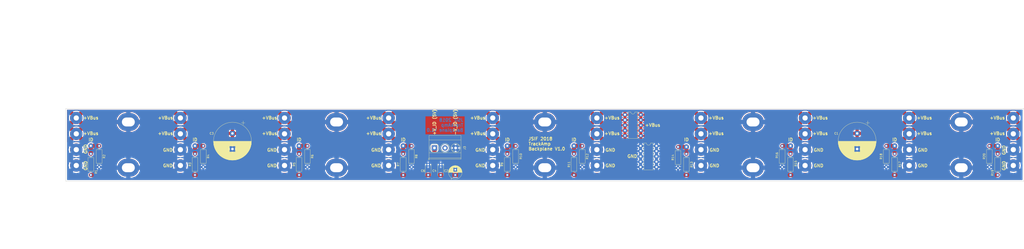
<source format=kicad_pcb>
(kicad_pcb (version 20171130) (host pcbnew "(5.0.0-rc2-dev-444-g2974a2c10)")
  (layers (0 F.Cu signal) (31 B.Cu signal) (34 B.Paste user) (35 F.Paste user) (36 B.SilkS user) (37 F.SilkS user) (38 B.Mask user) (39 F.Mask user) (44 Edge.Cuts user))
  (net 0 "")
  (net 1 GND)
  (net 2 +15V)
  (net 3 +5V)
  (net 4 "Net-(J3-Pad2)")
  (net 5 "Net-(J6-Pad1)")
  (net 6 "Net-(J7-Pad1)")
  (net 7 "Net-(J10-Pad1)")
  (net 8 "Net-(J11-Pad1)")
  (net 9 "Net-(J14-Pad1)")
  (net 10 "Net-(J15-Pad1)")
  (net 11 "Net-(J18-Pad1)")
  (net 12 "Net-(J19-Pad1)")
  (net 13 "Net-(J22-Pad1)")
  (net 14 "Net-(J23-Pad1)")
  (module Package_DIP:DIP-10_W7.62mm_LongPads (layer F.Cu) (at 341 197)
    (fp_text reference J2 hide)
    (fp_text value "Powerbug DIP10")
    (pad 1 thru_hole oval (at 0 0) (size 2.4 1.6) (drill 1) (layers *.Cu *.Mask) (net 1 GND))
    (pad 6 thru_hole oval (at 7.62 10.16) (size 2.4 1.6) (drill 1) (layers *.Cu *.Mask) (net 1 GND))
    (pad 2 thru_hole oval (at 0 2.54) (size 2.4 1.6) (drill 1) (layers *.Cu *.Mask) (net 1 GND))
    (pad 7 thru_hole oval (at 7.62 7.62) (size 2.4 1.6) (drill 1) (layers *.Cu *.Mask) (net 1 GND))
    (pad 3 thru_hole oval (at 0 5.08) (size 2.4 1.6) (drill 1) (layers *.Cu *.Mask) (net 1 GND))
    (pad 8 thru_hole oval (at 7.62 5.08) (size 2.4 1.6) (drill 1) (layers *.Cu *.Mask) (net 1 GND))
    (pad 4 thru_hole oval (at 0 7.62) (size 2.4 1.6) (drill 1) (layers *.Cu *.Mask) (net 1 GND))
    (pad 9 thru_hole oval (at 7.62 2.54) (size 2.4 1.6) (drill 1) (layers *.Cu *.Mask) (net 1 GND))
    (pad 5 thru_hole oval (at 0 10.16) (size 2.4 1.6) (drill 1) (layers *.Cu *.Mask) (net 1 GND))
    (pad 10 thru_hole oval (at 7.62 0) (size 2.4 1.6) (drill 1) (layers *.Cu *.Mask) (net 1 GND))
  )
  (module Package_DIP:DIP-10_W7.62mm_LongPads (layer F.Cu) (at 333.5 182)
    (fp_text reference J1 hide)
    (fp_text value "Powerbug DIP10")
    (pad 10 thru_hole oval (at 7.62 0) (size 2.4 1.6) (drill 0.8) (layers *.Cu *.Mask) (net 2 +15V))
    (pad 5 thru_hole oval (at 0 10.16) (size 2.4 1.6) (drill 0.8) (layers *.Cu *.Mask) (net 2 +15V))
    (pad 9 thru_hole oval (at 7.62 2.54) (size 2.4 1.6) (drill 0.8) (layers *.Cu *.Mask) (net 2 +15V))
    (pad 4 thru_hole oval (at 0 7.62) (size 2.4 1.6) (drill 0.8) (layers *.Cu *.Mask) (net 2 +15V))
    (pad 8 thru_hole oval (at 7.62 5.08) (size 2.4 1.6) (drill 0.8) (layers *.Cu *.Mask) (net 2 +15V))
    (pad 3 thru_hole oval (at 0 5.08) (size 2.4 1.6) (drill 0.8) (layers *.Cu *.Mask) (net 2 +15V))
    (pad 7 thru_hole oval (at 7.62 7.62) (size 2.4 1.6) (drill 0.8) (layers *.Cu *.Mask) (net 2 +15V))
    (pad 2 thru_hole oval (at 0 2.54) (size 2.4 1.6) (drill 1) (layers *.Cu *.Mask) (net 2 +15V))
    (pad 6 thru_hole oval (at 7.62 10.16) (size 2.4 1.6) (drill 0.8) (layers *.Cu *.Mask) (net 2 +15V))
    (pad 1 thru_hole oval (at 0 0) (size 2.4 1.6) (drill 1) (layers *.Cu *.Mask) (net 2 +15V))
  )
  (module Capacitor_THT:CP_Radial_D18.0mm_P7.50mm (layer F.Cu) (at 445 191 270)
    (fp_text reference C1 (at 0 10) (layer F.SilkS))
    (fp_text value 4700u)
    (pad 2 thru_hole circle (at 7.5 0 270) (size 2.4 2.4) (drill 1.2) (layers *.Cu *.Mask) (net 1 GND))
    (pad 1 thru_hole rect (at 0 0 270) (size 2.4 2.4) (drill 1.2) (layers *.Cu *.Mask) (net 2 +15V))
  )
  (module Capacitor_THT:C_Disc_D5.0mm_W2.5mm_P5.00mm (layer F.Cu) (at 245 211 90)
    (fp_text reference C4 (at 2 -3 180) (layer F.SilkS))
    (fp_text value 100n)
    (pad 2 thru_hole circle (at 5 0 90) (size 1.6 1.6) (drill 0.8) (layers *.Cu *.Mask) (net 1 GND))
    (pad 1 thru_hole circle (at 0 0 90) (size 1.6 1.6) (drill 0.8) (layers *.Cu *.Mask) (net 3 +5V))
  )
  (module Capacitor_THT:C_Disc_D5.0mm_W2.5mm_P5.00mm (layer F.Cu) (at 239 211 90)
    (fp_text reference C6 (at 2 -2.5 180) (layer F.SilkS))
    (fp_text value 2.2u)
    (pad 1 thru_hole circle (at 0 0 90) (size 1.6 1.6) (drill 0.8) (layers *.Cu *.Mask) (net 3 +5V))
    (pad 2 thru_hole circle (at 5 0 90) (size 1.6 1.6) (drill 0.8) (layers *.Cu *.Mask) (net 1 GND))
  )
  (module TerminalBlock_Phoenix:TerminalBlock_Phoenix_MKDS-3-3-5.08_1x03_P5.08mm_Horizontal (layer F.Cu) (at 242 198)
    (fp_text reference J3 (at 14.5 0 90) (layer F.SilkS))
    (fp_text value Conn_01x03)
    (pad 1 thru_hole rect (at 0 0) (size 2.6 2.6) (drill 1.3) (layers *.Cu *.Mask) (net 3 +5V))
    (pad 2 thru_hole circle (at 5.08 0) (size 2.6 2.6) (drill 1.3) (layers *.Cu *.Mask) (net 4 "Net-(J3-Pad2)"))
    (pad 3 thru_hole circle (at 10.16 0) (size 2.6 2.6) (drill 1.3) (layers *.Cu *.Mask) (net 1 GND))
  )
  (module Connector_Wire:SolderWirePad_4xinLine_2-5mmDrill (layer F.Cu) (at 70 195 270)
    (fp_text reference J4 hide)
    (fp_text value Conn_01x04)
    (pad 1 thru_hole circle (at -11.43 0 270) (size 5.99948 5.99948) (drill 2.49936) (layers *.Cu *.Mask) (net 2 +15V))
    (pad 2 thru_hole circle (at -3.81 0 270) (size 5.99948 5.99948) (drill 2.49936) (layers *.Cu *.Mask) (net 2 +15V))
    (pad 3 thru_hole circle (at 3.81 0 270) (size 5.99948 5.99948) (drill 2.49936) (layers *.Cu *.Mask) (net 1 GND))
    (pad 4 thru_hole circle (at 11.43 0 270) (size 5.99948 5.99948) (drill 2.49936) (layers *.Cu *.Mask) (net 1 GND))
  )
  (module Connector_Wire:SolderWirePad_4xinLine_2-5mmDrill (layer F.Cu) (at 120 195 270)
    (fp_text reference J5 hide)
    (fp_text value Conn_01x04)
    (pad 1 thru_hole circle (at -11.43 0 270) (size 5.99948 5.99948) (drill 2.49936) (layers *.Cu *.Mask) (net 2 +15V))
    (pad 2 thru_hole circle (at -3.81 0 270) (size 5.99948 5.99948) (drill 2.49936) (layers *.Cu *.Mask) (net 2 +15V))
    (pad 3 thru_hole circle (at 3.81 0 270) (size 5.99948 5.99948) (drill 2.49936) (layers *.Cu *.Mask) (net 1 GND))
    (pad 4 thru_hole circle (at 11.43 0 270) (size 5.99948 5.99948) (drill 2.49936) (layers *.Cu *.Mask) (net 1 GND))
  )
  (module Connector_Wire:SolderWirePad_single_1mmDrill (layer F.Cu) (at 77 197)
    (fp_text reference J6 hide)
    (fp_text value Conn_01x01)
    (pad 1 thru_hole circle (at 0 0) (size 2.49936 2.49936) (drill 1.00076) (layers *.Cu *.Mask) (net 5 "Net-(J6-Pad1)"))
  )
  (module Connector_Wire:SolderWirePad_single_1mmDrill (layer F.Cu) (at 127 197)
    (fp_text reference J7 hide)
    (fp_text value Conn_01x01)
    (pad 1 thru_hole circle (at 0 0) (size 2.49936 2.49936) (drill 1.00076) (layers *.Cu *.Mask) (net 6 "Net-(J7-Pad1)"))
  )
  (module Connector_Wire:SolderWirePad_4xinLine_2-5mmDrill (layer F.Cu) (at 170 195 270)
    (fp_text reference J8 hide)
    (fp_text value Conn_01x04)
    (pad 4 thru_hole circle (at 11.43 0 270) (size 5.99948 5.99948) (drill 2.49936) (layers *.Cu *.Mask) (net 1 GND))
    (pad 3 thru_hole circle (at 3.81 0 270) (size 5.99948 5.99948) (drill 2.49936) (layers *.Cu *.Mask) (net 1 GND))
    (pad 2 thru_hole circle (at -3.81 0 270) (size 5.99948 5.99948) (drill 2.49936) (layers *.Cu *.Mask) (net 2 +15V))
    (pad 1 thru_hole circle (at -11.43 0 270) (size 5.99948 5.99948) (drill 2.49936) (layers *.Cu *.Mask) (net 2 +15V))
  )
  (module Connector_Wire:SolderWirePad_4xinLine_2-5mmDrill (layer F.Cu) (at 220 195 270)
    (fp_text reference J9 hide)
    (fp_text value Conn_01x04)
    (pad 4 thru_hole circle (at 11.43 0 270) (size 5.99948 5.99948) (drill 2.49936) (layers *.Cu *.Mask) (net 1 GND))
    (pad 3 thru_hole circle (at 3.81 0 270) (size 5.99948 5.99948) (drill 2.49936) (layers *.Cu *.Mask) (net 1 GND))
    (pad 2 thru_hole circle (at -3.81 0 270) (size 5.99948 5.99948) (drill 2.49936) (layers *.Cu *.Mask) (net 2 +15V))
    (pad 1 thru_hole circle (at -11.43 0 270) (size 5.99948 5.99948) (drill 2.49936) (layers *.Cu *.Mask) (net 2 +15V))
  )
  (module Connector_Wire:SolderWirePad_single_1mmDrill (layer F.Cu) (at 177 197)
    (fp_text reference J10 hide)
    (fp_text value Conn_01x01)
    (pad 1 thru_hole circle (at 0 0) (size 2.49936 2.49936) (drill 1.00076) (layers *.Cu *.Mask) (net 7 "Net-(J10-Pad1)"))
  )
  (module Connector_Wire:SolderWirePad_single_1mmDrill (layer F.Cu) (at 227 197)
    (fp_text reference J11 hide)
    (fp_text value Conn_01x01)
    (pad 1 thru_hole circle (at 0 0) (size 2.49936 2.49936) (drill 1.00076) (layers *.Cu *.Mask) (net 8 "Net-(J11-Pad1)"))
  )
  (module Connector_Wire:SolderWirePad_4xinLine_2-5mmDrill (layer F.Cu) (at 270 195 270)
    (fp_text reference J12 hide)
    (fp_text value Conn_01x04)
    (pad 4 thru_hole circle (at 11.43 0 270) (size 5.99948 5.99948) (drill 2.49936) (layers *.Cu *.Mask) (net 1 GND))
    (pad 3 thru_hole circle (at 3.81 0 270) (size 5.99948 5.99948) (drill 2.49936) (layers *.Cu *.Mask) (net 1 GND))
    (pad 2 thru_hole circle (at -3.81 0 270) (size 5.99948 5.99948) (drill 2.49936) (layers *.Cu *.Mask) (net 2 +15V))
    (pad 1 thru_hole circle (at -11.43 0 270) (size 5.99948 5.99948) (drill 2.49936) (layers *.Cu *.Mask) (net 2 +15V))
  )
  (module Connector_Wire:SolderWirePad_4xinLine_2-5mmDrill (layer F.Cu) (at 320 195 270)
    (fp_text reference J13 hide)
    (fp_text value Conn_01x04)
    (pad 1 thru_hole circle (at -11.43 0 270) (size 5.99948 5.99948) (drill 2.49936) (layers *.Cu *.Mask) (net 2 +15V))
    (pad 2 thru_hole circle (at -3.81 0 270) (size 5.99948 5.99948) (drill 2.49936) (layers *.Cu *.Mask) (net 2 +15V))
    (pad 3 thru_hole circle (at 3.81 0 270) (size 5.99948 5.99948) (drill 2.49936) (layers *.Cu *.Mask) (net 1 GND))
    (pad 4 thru_hole circle (at 11.43 0 270) (size 5.99948 5.99948) (drill 2.49936) (layers *.Cu *.Mask) (net 1 GND))
  )
  (module Connector_Wire:SolderWirePad_single_1mmDrill (layer F.Cu) (at 277 197)
    (fp_text reference J14 hide)
    (fp_text value Conn_01x01)
    (pad 1 thru_hole circle (at 0 0) (size 2.49936 2.49936) (drill 1.00076) (layers *.Cu *.Mask) (net 9 "Net-(J14-Pad1)"))
  )
  (module Connector_Wire:SolderWirePad_single_1mmDrill (layer F.Cu) (at 309 197)
    (fp_text reference J15 hide)
    (fp_text value Conn_01x01)
    (pad 1 thru_hole circle (at 0 0) (size 2.49936 2.49936) (drill 1.00076) (layers *.Cu *.Mask) (net 10 "Net-(J15-Pad1)"))
  )
  (module Connector_Wire:SolderWirePad_4xinLine_2-5mmDrill (layer F.Cu) (at 370 195 270)
    (fp_text reference J16 hide)
    (fp_text value Conn_01x04)
    (pad 1 thru_hole circle (at -11.43 0 270) (size 5.99948 5.99948) (drill 2.49936) (layers *.Cu *.Mask) (net 2 +15V))
    (pad 2 thru_hole circle (at -3.81 0 270) (size 5.99948 5.99948) (drill 2.49936) (layers *.Cu *.Mask) (net 2 +15V))
    (pad 3 thru_hole circle (at 3.81 0 270) (size 5.99948 5.99948) (drill 2.49936) (layers *.Cu *.Mask) (net 1 GND))
    (pad 4 thru_hole circle (at 11.43 0 270) (size 5.99948 5.99948) (drill 2.49936) (layers *.Cu *.Mask) (net 1 GND))
  )
  (module Connector_Wire:SolderWirePad_4xinLine_2-5mmDrill (layer F.Cu) (at 420 195 270)
    (fp_text reference J17 hide)
    (fp_text value Conn_01x04)
    (pad 4 thru_hole circle (at 11.43 0 270) (size 5.99948 5.99948) (drill 2.49936) (layers *.Cu *.Mask) (net 1 GND))
    (pad 3 thru_hole circle (at 3.81 0 270) (size 5.99948 5.99948) (drill 2.49936) (layers *.Cu *.Mask) (net 1 GND))
    (pad 2 thru_hole circle (at -3.81 0 270) (size 5.99948 5.99948) (drill 2.49936) (layers *.Cu *.Mask) (net 2 +15V))
    (pad 1 thru_hole circle (at -11.43 0 270) (size 5.99948 5.99948) (drill 2.49936) (layers *.Cu *.Mask) (net 2 +15V))
  )
  (module Connector_Wire:SolderWirePad_single_1mmDrill (layer F.Cu) (at 363 197.5)
    (fp_text reference J18 hide)
    (fp_text value Conn_01x01)
    (pad 1 thru_hole circle (at 0 0) (size 2.49936 2.49936) (drill 1.00076) (layers *.Cu *.Mask) (net 11 "Net-(J18-Pad1)"))
  )
  (module Connector_Wire:SolderWirePad_single_1mmDrill (layer F.Cu) (at 413 197)
    (fp_text reference J19 hide)
    (fp_text value Conn_01x01)
    (pad 1 thru_hole circle (at 0 0) (size 2.49936 2.49936) (drill 1.00076) (layers *.Cu *.Mask) (net 12 "Net-(J19-Pad1)"))
  )
  (module Connector_Wire:SolderWirePad_4xinLine_2-5mmDrill (layer F.Cu) (at 470 195 270)
    (fp_text reference J20 hide)
    (fp_text value Conn_01x04)
    (pad 1 thru_hole circle (at -11.43 0 270) (size 5.99948 5.99948) (drill 2.49936) (layers *.Cu *.Mask) (net 2 +15V))
    (pad 2 thru_hole circle (at -3.81 0 270) (size 5.99948 5.99948) (drill 2.49936) (layers *.Cu *.Mask) (net 2 +15V))
    (pad 3 thru_hole circle (at 3.81 0 270) (size 5.99948 5.99948) (drill 2.49936) (layers *.Cu *.Mask) (net 1 GND))
    (pad 4 thru_hole circle (at 11.43 0 270) (size 5.99948 5.99948) (drill 2.49936) (layers *.Cu *.Mask) (net 1 GND))
  )
  (module Connector_Wire:SolderWirePad_4xinLine_2-5mmDrill (layer F.Cu) (at 520 195 270)
    (fp_text reference J21 hide)
    (fp_text value Conn_01x04)
    (pad 4 thru_hole circle (at 11.43 0 270) (size 5.99948 5.99948) (drill 2.49936) (layers *.Cu *.Mask) (net 1 GND))
    (pad 3 thru_hole circle (at 3.81 0 270) (size 5.99948 5.99948) (drill 2.49936) (layers *.Cu *.Mask) (net 1 GND))
    (pad 2 thru_hole circle (at -3.81 0 270) (size 5.99948 5.99948) (drill 2.49936) (layers *.Cu *.Mask) (net 2 +15V))
    (pad 1 thru_hole circle (at -11.43 0 270) (size 5.99948 5.99948) (drill 2.49936) (layers *.Cu *.Mask) (net 2 +15V))
  )
  (module Connector_Wire:SolderWirePad_single_1mmDrill (layer F.Cu) (at 463 197)
    (fp_text reference J22 hide)
    (fp_text value Conn_01x01)
    (pad 1 thru_hole circle (at 0 0) (size 2.49936 2.49936) (drill 1.00076) (layers *.Cu *.Mask) (net 13 "Net-(J22-Pad1)"))
  )
  (module Connector_Wire:SolderWirePad_single_1mmDrill (layer F.Cu) (at 512.5 197)
    (fp_text reference J23 hide)
    (fp_text value Conn_01x01)
    (pad 1 thru_hole circle (at 0 0) (size 2.49936 2.49936) (drill 1.00076) (layers *.Cu *.Mask) (net 14 "Net-(J23-Pad1)"))
  )
  (module Resistor_THT:R_Axial_DIN0207_L6.3mm_D2.5mm_P10.16mm_Horizontal (layer F.Cu) (at 77 211 90)
    (fp_text reference R1 (at 1.5 2.5 90) (layer F.SilkS))
    (fp_text value 909E)
    (pad 2 thru_hole oval (at 10.16 0 90) (size 1.6 1.6) (drill 0.8) (layers *.Cu *.Mask) (net 5 "Net-(J6-Pad1)"))
    (pad 1 thru_hole circle (at 0 0 90) (size 1.6 1.6) (drill 0.8) (layers *.Cu *.Mask) (net 3 +5V))
  )
  (module Resistor_THT:R_Axial_DIN0207_L6.3mm_D2.5mm_P10.16mm_Horizontal (layer F.Cu) (at 81 197 270)
    (fp_text reference R2 (at 5.08 -2.37 270) (layer F.SilkS))
    (fp_text value 9k53)
    (pad 1 thru_hole circle (at 0 0 270) (size 1.6 1.6) (drill 0.8) (layers *.Cu *.Mask) (net 5 "Net-(J6-Pad1)"))
    (pad 2 thru_hole oval (at 10.16 0 270) (size 1.6 1.6) (drill 0.8) (layers *.Cu *.Mask) (net 1 GND))
  )
  (module Resistor_THT:R_Axial_DIN0207_L6.3mm_D2.5mm_P10.16mm_Horizontal (layer F.Cu) (at 127 211 90)
    (fp_text reference R3 (at 5.08 -2.37 90) (layer F.SilkS))
    (fp_text value 909E)
    (pad 2 thru_hole oval (at 10.16 0 90) (size 1.6 1.6) (drill 0.8) (layers *.Cu *.Mask) (net 6 "Net-(J7-Pad1)"))
    (pad 1 thru_hole circle (at 0 0 90) (size 1.6 1.6) (drill 0.8) (layers *.Cu *.Mask) (net 3 +5V))
  )
  (module Resistor_THT:R_Axial_DIN0207_L6.3mm_D2.5mm_P10.16mm_Horizontal (layer F.Cu) (at 131 197 270)
    (fp_text reference R4 (at 5.08 -2.37 270) (layer F.SilkS))
    (fp_text value 9k53)
    (pad 1 thru_hole circle (at 0 0 270) (size 1.6 1.6) (drill 0.8) (layers *.Cu *.Mask) (net 6 "Net-(J7-Pad1)"))
    (pad 2 thru_hole oval (at 10.16 0 270) (size 1.6 1.6) (drill 0.8) (layers *.Cu *.Mask) (net 1 GND))
  )
  (module Resistor_THT:R_Axial_DIN0207_L6.3mm_D2.5mm_P10.16mm_Horizontal (layer F.Cu) (at 177 211 90)
    (fp_text reference R5 (at 5.08 -2.37 90) (layer F.SilkS))
    (fp_text value 909E)
    (pad 1 thru_hole circle (at 0 0 90) (size 1.6 1.6) (drill 0.8) (layers *.Cu *.Mask) (net 3 +5V))
    (pad 2 thru_hole oval (at 10.16 0 90) (size 1.6 1.6) (drill 0.8) (layers *.Cu *.Mask) (net 7 "Net-(J10-Pad1)"))
  )
  (module Resistor_THT:R_Axial_DIN0207_L6.3mm_D2.5mm_P10.16mm_Horizontal (layer F.Cu) (at 181 197 270)
    (fp_text reference R6 (at 5.08 -2.37 270) (layer F.SilkS))
    (fp_text value 9k53)
    (pad 2 thru_hole oval (at 10.16 0 270) (size 1.6 1.6) (drill 0.8) (layers *.Cu *.Mask) (net 1 GND))
    (pad 1 thru_hole circle (at 0 0 270) (size 1.6 1.6) (drill 0.8) (layers *.Cu *.Mask) (net 7 "Net-(J10-Pad1)"))
  )
  (module Resistor_THT:R_Axial_DIN0207_L6.3mm_D2.5mm_P10.16mm_Horizontal (layer F.Cu) (at 227 211 90)
    (fp_text reference R7 (at 5.08 -2.37 90) (layer F.SilkS))
    (fp_text value 909E)
    (pad 1 thru_hole circle (at 0 0 90) (size 1.6 1.6) (drill 0.8) (layers *.Cu *.Mask) (net 3 +5V))
    (pad 2 thru_hole oval (at 10.16 0 90) (size 1.6 1.6) (drill 0.8) (layers *.Cu *.Mask) (net 8 "Net-(J11-Pad1)"))
  )
  (module Resistor_THT:R_Axial_DIN0207_L6.3mm_D2.5mm_P10.16mm_Horizontal (layer F.Cu) (at 231 197 270)
    (fp_text reference R8 (at 5.08 -2.37 270) (layer F.SilkS))
    (fp_text value 9k53)
    (pad 2 thru_hole oval (at 10.16 0 270) (size 1.6 1.6) (drill 0.8) (layers *.Cu *.Mask) (net 1 GND))
    (pad 1 thru_hole circle (at 0 0 270) (size 1.6 1.6) (drill 0.8) (layers *.Cu *.Mask) (net 8 "Net-(J11-Pad1)"))
  )
  (module Resistor_THT:R_Axial_DIN0207_L6.3mm_D2.5mm_P10.16mm_Horizontal (layer F.Cu) (at 277 211 90)
    (fp_text reference R9 (at 5.08 -2.5 90) (layer F.SilkS))
    (fp_text value 909E)
    (pad 2 thru_hole oval (at 10.16 0 90) (size 1.6 1.6) (drill 0.8) (layers *.Cu *.Mask) (net 9 "Net-(J14-Pad1)"))
    (pad 1 thru_hole circle (at 0 0 90) (size 1.6 1.6) (drill 0.8) (layers *.Cu *.Mask) (net 3 +5V))
  )
  (module Resistor_THT:R_Axial_DIN0207_L6.3mm_D2.5mm_P10.16mm_Horizontal (layer F.Cu) (at 281 197 270)
    (fp_text reference R10 (at 5 -2.5 270) (layer F.SilkS))
    (fp_text value 9k53)
    (pad 1 thru_hole circle (at 0 0 270) (size 1.6 1.6) (drill 0.8) (layers *.Cu *.Mask) (net 9 "Net-(J14-Pad1)"))
    (pad 2 thru_hole oval (at 10.16 0 270) (size 1.6 1.6) (drill 0.8) (layers *.Cu *.Mask) (net 1 GND))
  )
  (module Resistor_THT:R_Axial_DIN0207_L6.3mm_D2.5mm_P10.16mm_Horizontal (layer F.Cu) (at 309 211 90)
    (fp_text reference R11 (at 5.08 -2.37 90) (layer F.SilkS))
    (fp_text value 909E)
    (pad 1 thru_hole circle (at 0 0 90) (size 1.6 1.6) (drill 0.8) (layers *.Cu *.Mask) (net 3 +5V))
    (pad 2 thru_hole oval (at 10.16 0 90) (size 1.6 1.6) (drill 0.8) (layers *.Cu *.Mask) (net 10 "Net-(J15-Pad1)"))
  )
  (module Resistor_THT:R_Axial_DIN0207_L6.3mm_D2.5mm_P10.16mm_Horizontal (layer F.Cu) (at 313 197 270)
    (fp_text reference R12 (at 5.08 -2.37 270) (layer F.SilkS))
    (fp_text value 9k53)
    (pad 2 thru_hole oval (at 10.16 0 270) (size 1.6 1.6) (drill 0.8) (layers *.Cu *.Mask) (net 1 GND))
    (pad 1 thru_hole circle (at 0 0 270) (size 1.6 1.6) (drill 0.8) (layers *.Cu *.Mask) (net 10 "Net-(J15-Pad1)"))
  )
  (module Resistor_THT:R_Axial_DIN0207_L6.3mm_D2.5mm_P10.16mm_Horizontal (layer F.Cu) (at 363 211 90)
    (fp_text reference R13 (at 5 2.5 90) (layer F.SilkS))
    (fp_text value 909E)
    (pad 2 thru_hole oval (at 10.16 0 90) (size 1.6 1.6) (drill 0.8) (layers *.Cu *.Mask) (net 11 "Net-(J18-Pad1)"))
    (pad 1 thru_hole circle (at 0 0 90) (size 1.6 1.6) (drill 0.8) (layers *.Cu *.Mask) (net 3 +5V))
  )
  (module Resistor_THT:R_Axial_DIN0207_L6.3mm_D2.5mm_P10.16mm_Horizontal (layer F.Cu) (at 359 197.5 270)
    (fp_text reference R14 (at 5.08 2.5 270) (layer F.SilkS))
    (fp_text value 9k53)
    (pad 1 thru_hole circle (at 0 0 270) (size 1.6 1.6) (drill 0.8) (layers *.Cu *.Mask) (net 11 "Net-(J18-Pad1)"))
    (pad 2 thru_hole oval (at 10.16 0 270) (size 1.6 1.6) (drill 0.8) (layers *.Cu *.Mask) (net 1 GND))
  )
  (module Resistor_THT:R_Axial_DIN0207_L6.3mm_D2.5mm_P10.16mm_Horizontal (layer F.Cu) (at 413 211 90)
    (fp_text reference R15 (at 5.5 2.5 90) (layer F.SilkS))
    (fp_text value 909E)
    (pad 1 thru_hole circle (at 0 0 90) (size 1.6 1.6) (drill 0.8) (layers *.Cu *.Mask) (net 3 +5V))
    (pad 2 thru_hole oval (at 10.16 0 90) (size 1.6 1.6) (drill 0.8) (layers *.Cu *.Mask) (net 12 "Net-(J19-Pad1)"))
  )
  (module Resistor_THT:R_Axial_DIN0207_L6.3mm_D2.5mm_P10.16mm_Horizontal (layer F.Cu) (at 409 197 270)
    (fp_text reference R16 (at 4.5 2.5 270) (layer F.SilkS))
    (fp_text value 9k53)
    (pad 2 thru_hole oval (at 10.16 0 270) (size 1.6 1.6) (drill 0.8) (layers *.Cu *.Mask) (net 1 GND))
    (pad 1 thru_hole circle (at 0 0 270) (size 1.6 1.6) (drill 0.8) (layers *.Cu *.Mask) (net 12 "Net-(J19-Pad1)"))
  )
  (module Resistor_THT:R_Axial_DIN0207_L6.3mm_D2.5mm_P10.16mm_Horizontal (layer F.Cu) (at 463 211 90)
    (fp_text reference R17 (at 5.08 2.5 90) (layer F.SilkS))
    (fp_text value 909E)
    (pad 2 thru_hole oval (at 10.16 0 90) (size 1.6 1.6) (drill 0.8) (layers *.Cu *.Mask) (net 13 "Net-(J22-Pad1)"))
    (pad 1 thru_hole circle (at 0 0 90) (size 1.6 1.6) (drill 0.8) (layers *.Cu *.Mask) (net 3 +5V))
  )
  (module Resistor_THT:R_Axial_DIN0207_L6.3mm_D2.5mm_P10.16mm_Horizontal (layer F.Cu) (at 459 197 270)
    (fp_text reference R18 (at 5.08 2.5 270) (layer F.SilkS))
    (fp_text value 9k53)
    (pad 1 thru_hole circle (at 0 0 270) (size 1.6 1.6) (drill 0.8) (layers *.Cu *.Mask) (net 13 "Net-(J22-Pad1)"))
    (pad 2 thru_hole oval (at 10.16 0 270) (size 1.6 1.6) (drill 0.8) (layers *.Cu *.Mask) (net 1 GND))
  )
  (module Resistor_THT:R_Axial_DIN0207_L6.3mm_D2.5mm_P10.16mm_Horizontal (layer F.Cu) (at 512.5 211 90)
    (fp_text reference R19 (at 1 -2.5 90) (layer F.SilkS))
    (fp_text value 909E)
    (pad 1 thru_hole circle (at 0 0 90) (size 1.6 1.6) (drill 0.8) (layers *.Cu *.Mask) (net 3 +5V))
    (pad 2 thru_hole oval (at 10.16 0 90) (size 1.6 1.6) (drill 0.8) (layers *.Cu *.Mask) (net 14 "Net-(J23-Pad1)"))
  )
  (module Resistor_THT:R_Axial_DIN0207_L6.3mm_D2.5mm_P10.16mm_Horizontal (layer F.Cu) (at 508.5 197 270)
    (fp_text reference R20 (at 5 2.5 270) (layer F.SilkS))
    (fp_text value 9k53)
    (pad 2 thru_hole oval (at 10.16 0 270) (size 1.6 1.6) (drill 0.8) (layers *.Cu *.Mask) (net 1 GND))
    (pad 1 thru_hole circle (at 0 0 270) (size 1.6 1.6) (drill 0.8) (layers *.Cu *.Mask) (net 14 "Net-(J23-Pad1)"))
  )
  (module Capacitor_THT:CP_Radial_D6.3mm_P2.50mm (layer F.Cu) (at 252 211 90)
    (fp_text reference C2 (at 2 -4.4 180) (layer F.SilkS))
    (fp_text value 100u)
    (pad 1 thru_hole rect (at 0 0 90) (size 1.6 1.6) (drill 0.8) (layers *.Cu *.Mask) (net 3 +5V))
    (pad 2 thru_hole circle (at 2.5 0 90) (size 1.6 1.6) (drill 0.8) (layers *.Cu *.Mask) (net 1 GND))
  )
  (module MountingHole:MountingHole_4.3x6.2mm_M4_Pad (layer F.Cu) (at 195 207.5)
    (fp_text reference MK1 hide)
    (fp_text value Mounting_Hole_PAD)
    (pad 1 thru_hole oval (at 0 0) (size 10.4 8.6) (drill oval 6.2 4.3) (layers *.Cu *.Mask) (net 1 GND))
  )
  (module MountingHole:MountingHole_4.3x6.2mm_M4_Pad (layer F.Cu) (at 195 185.5)
    (fp_text reference MK2 hide)
    (fp_text value Mounting_Hole_PAD)
    (pad 1 thru_hole oval (at 0 0) (size 10.4 8.6) (drill oval 6.2 4.3) (layers *.Cu *.Mask) (net 1 GND))
  )
  (module MountingHole:MountingHole_4.3x6.2mm_M4_Pad (layer F.Cu) (at 495 207.5)
    (fp_text reference MK3 hide)
    (fp_text value Mounting_Hole_PAD)
    (pad 1 thru_hole oval (at 0 0) (size 10.4 8.6) (drill oval 6.2 4.3) (layers *.Cu *.Mask) (net 1 GND))
  )
  (module MountingHole:MountingHole_4.3x6.2mm_M4_Pad (layer F.Cu) (at 395 185.5)
    (fp_text reference MK4 hide)
    (fp_text value Mounting_Hole_PAD)
    (pad 1 thru_hole oval (at 0 0) (size 10.4 8.6) (drill oval 6.2 4.3) (layers *.Cu *.Mask) (net 1 GND))
  )
  (module MountingHole:MountingHole_4.3x6.2mm_M4_Pad (layer F.Cu) (at 395 207.5)
    (fp_text reference MK6 hide)
    (fp_text value Mounting_Hole_PAD)
    (pad 1 thru_hole oval (at 0 0) (size 10.4 8.6) (drill oval 6.2 4.3) (layers *.Cu *.Mask) (net 1 GND))
  )
  (module MountingHole:MountingHole_4.3x6.2mm_M4_Pad (layer F.Cu) (at 95 185.5)
    (fp_text reference MK7 hide)
    (fp_text value Mounting_Hole_PAD)
    (pad 1 thru_hole oval (at 0 0) (size 10.4 8.6) (drill oval 6.2 4.3) (layers *.Cu *.Mask) (net 1 GND))
  )
  (module MountingHole:MountingHole_4.3x6.2mm_M4_Pad (layer F.Cu) (at 495 185.5)
    (fp_text reference MK8 hide)
    (fp_text value Mounting_Hole_PAD)
    (pad 1 thru_hole oval (at 0 0) (size 10.4 8.6) (drill oval 6.2 4.3) (layers *.Cu *.Mask) (net 1 GND))
  )
  (module MountingHole:MountingHole_4.3x6.2mm_M4_Pad (layer F.Cu) (at 95 207.5)
    (fp_text reference MK10 hide)
    (fp_text value Mounting_Hole_PAD)
    (pad 1 thru_hole oval (at 0 0) (size 10.4 8.6) (drill oval 6.2 4.3) (layers *.Cu *.Mask) (net 1 GND))
  )
  (module MountingHole:MountingHole_4.3x6.2mm_M4_Pad (layer F.Cu) (at 295 207.5)
    (fp_text reference MK11 hide)
    (fp_text value Mounting_Hole_PAD)
    (pad 1 thru_hole oval (at 0 0) (size 10.4 8.6) (drill oval 6.2 4.3) (layers *.Cu *.Mask) (net 1 GND))
  )
  (module MountingHole:MountingHole_4.3x6.2mm_M4_Pad (layer F.Cu) (at 295 185.5)
    (fp_text reference MK12 hide)
    (fp_text value Mounting_Hole_PAD)
    (pad 1 thru_hole oval (at 0 0) (size 10.4 8.6) (drill oval 6.2 4.3) (layers *.Cu *.Mask) (net 1 GND))
  )
  (module Capacitor_THT:CP_Radial_D18.0mm_P7.50mm (layer F.Cu) (at 145 191 270)
    (fp_text reference C3 (at 0 10) (layer F.SilkS))
    (fp_text value 4700u)
    (pad 1 thru_hole rect (at 0 0 270) (size 2.4 2.4) (drill 1.2) (layers *.Cu *.Mask) (net 2 +15V))
    (pad 2 thru_hole circle (at 7.5 0 270) (size 2.4 2.4) (drill 1.2) (layers *.Cu *.Mask) (net 1 GND))
  )
  (gr_text "JSIF 2018\nTrackAmp\nBackplane V1.0" (at 287 196) (layer F.SilkS) (effects (font (size 1.5 1.5) (thickness 0.3)) (justify left)))
  (gr_text "JSIF 2018\nTrackAmp\nBackplane V1.0" (at 256 187) (layer B.Cu) (effects (font (size 1.5 1.5) (thickness 0.3)) (justify left mirror)))
  (gr_text "-V_ID (5V)" (at 252 192 90) (layer F.SilkS) (effects (font (size 1.5 1.5) (thickness 0.3)) (justify left)))
  (gr_text "+V_ID (5V)" (at 242 192 90) (layer F.SilkS) (effects (font (size 1.5 1.5) (thickness 0.3)) (justify left)))
  (gr_text GND (at 334.5 202) (layer F.SilkS) (effects (font (size 1.5 1.5) (thickness 0.3)) (justify left)))
  (gr_text +VBus (at 343 187) (layer F.SilkS) (effects (font (size 1.5 1.5) (thickness 0.3)) (justify left)))
  (gr_text +VBus (at 323.5 183.5) (layer F.SilkS) (effects (font (size 1.5 1.5) (thickness 0.3)) (justify left)))
  (gr_text +VBus (at 323.5 191) (layer F.SilkS) (effects (font (size 1.5 1.5) (thickness 0.3)) (justify left)))
  (gr_text GND (at 324 199) (layer F.SilkS) (effects (font (size 1.5 1.5) (thickness 0.3)) (justify left)))
  (gr_text GND (at 324 206.5) (layer F.SilkS) (effects (font (size 1.5 1.5) (thickness 0.3)) (justify left)))
  (gr_text ID (at 309 194) (layer F.SilkS) (effects (font (size 1.5 1.5) (thickness 0.3))))
  (gr_text +VBus (at 508.5 183.5) (layer F.SilkS) (effects (font (size 1.5 1.5) (thickness 0.3)) (justify left)))
  (gr_text ID (at 512.5 194) (layer F.SilkS) (effects (font (size 1.5 1.5) (thickness 0.3))))
  (gr_text +VBus (at 508.5 191) (layer F.SilkS) (effects (font (size 1.5 1.5) (thickness 0.3)) (justify left)))
  (gr_text GND (at 515.5 201.5 90) (layer F.SilkS) (effects (font (size 1.5 1.5) (thickness 0.3)) (justify left)))
  (gr_text GND (at 515.5 209 90) (layer F.SilkS) (effects (font (size 1.5 1.5) (thickness 0.3)) (justify left)))
  (gr_text +VBus (at 473.5 183.5) (layer F.SilkS) (effects (font (size 1.5 1.5) (thickness 0.3)) (justify left)))
  (gr_text ID (at 463 194) (layer F.SilkS) (effects (font (size 1.5 1.5) (thickness 0.3))))
  (gr_text +VBus (at 473.5 191) (layer F.SilkS) (effects (font (size 1.5 1.5) (thickness 0.3)) (justify left)))
  (gr_text GND (at 474 199) (layer F.SilkS) (effects (font (size 1.5 1.5) (thickness 0.3)) (justify left)))
  (gr_text GND (at 474 206.5) (layer F.SilkS) (effects (font (size 1.5 1.5) (thickness 0.3)) (justify left)))
  (gr_text +VBus (at 423.5 183.5) (layer F.SilkS) (effects (font (size 1.5 1.5) (thickness 0.3)) (justify left)))
  (gr_text ID (at 413 194) (layer F.SilkS) (effects (font (size 1.5 1.5) (thickness 0.3))))
  (gr_text +VBus (at 423.5 191) (layer F.SilkS) (effects (font (size 1.5 1.5) (thickness 0.3)) (justify left)))
  (gr_text GND (at 424 199) (layer F.SilkS) (effects (font (size 1.5 1.5) (thickness 0.3)) (justify left)))
  (gr_text GND (at 424 206.5) (layer F.SilkS) (effects (font (size 1.5 1.5) (thickness 0.3)) (justify left)))
  (gr_text GND (at 374 206.5) (layer F.SilkS) (effects (font (size 1.5 1.5) (thickness 0.3)) (justify left)))
  (gr_text GND (at 374 199) (layer F.SilkS) (effects (font (size 1.5 1.5) (thickness 0.3)) (justify left)))
  (gr_text +VBus (at 373.5 191) (layer F.SilkS) (effects (font (size 1.5 1.5) (thickness 0.3)) (justify left)))
  (gr_text ID (at 363 194) (layer F.SilkS) (effects (font (size 1.5 1.5) (thickness 0.3))))
  (gr_text +VBus (at 373.5 183.5) (layer F.SilkS) (effects (font (size 1.5 1.5) (thickness 0.3)) (justify left)))
  (gr_text GND (at 261.5 206.5) (layer F.SilkS) (effects (font (size 1.5 1.5) (thickness 0.3)) (justify left)))
  (gr_text GND (at 261.5 199) (layer F.SilkS) (effects (font (size 1.5 1.5) (thickness 0.3)) (justify left)))
  (gr_text +VBus (at 259 191) (layer F.SilkS) (effects (font (size 1.5 1.5) (thickness 0.3)) (justify left)))
  (gr_text ID (at 277 194) (layer F.SilkS) (effects (font (size 1.5 1.5) (thickness 0.3))))
  (gr_text +VBus (at 259 183.5) (layer F.SilkS) (effects (font (size 1.5 1.5) (thickness 0.3)) (justify left)))
  (gr_text GND (at 211.5 206.5) (layer F.SilkS) (effects (font (size 1.5 1.5) (thickness 0.3)) (justify left)))
  (gr_text GND (at 211.5 199) (layer F.SilkS) (effects (font (size 1.5 1.5) (thickness 0.3)) (justify left)))
  (gr_text +VBus (at 209 191) (layer F.SilkS) (effects (font (size 1.5 1.5) (thickness 0.3)) (justify left)))
  (gr_text ID (at 227 194) (layer F.SilkS) (effects (font (size 1.5 1.5) (thickness 0.3))))
  (gr_text +VBus (at 209 183.5) (layer F.SilkS) (effects (font (size 1.5 1.5) (thickness 0.3)) (justify left)))
  (gr_text GND (at 161.5 206.5) (layer F.SilkS) (effects (font (size 1.5 1.5) (thickness 0.3)) (justify left)))
  (gr_text GND (at 161.5 199) (layer F.SilkS) (effects (font (size 1.5 1.5) (thickness 0.3)) (justify left)))
  (gr_text +VBus (at 159 191) (layer F.SilkS) (effects (font (size 1.5 1.5) (thickness 0.3)) (justify left)))
  (gr_text ID (at 177 194) (layer F.SilkS) (effects (font (size 1.5 1.5) (thickness 0.3))))
  (gr_text +VBus (at 159 183.5) (layer F.SilkS) (effects (font (size 1.5 1.5) (thickness 0.3)) (justify left)))
  (gr_text ID (at 127 194) (layer F.SilkS) (effects (font (size 1.5 1.5) (thickness 0.3))))
  (gr_text GND (at 111.5 206.5) (layer F.SilkS) (effects (font (size 1.5 1.5) (thickness 0.3)) (justify left)))
  (gr_text GND (at 74.5 209 90) (layer F.SilkS) (effects (font (size 1.5 1.5) (thickness 0.3)) (justify left)))
  (gr_text GND (at 74.5 201 90) (layer F.SilkS) (effects (font (size 1.5 1.5) (thickness 0.3)) (justify left)))
  (gr_text GND (at 111.5 199) (layer F.SilkS) (effects (font (size 1.5 1.5) (thickness 0.3)) (justify left)))
  (gr_text +VBus (at 109 191) (layer F.SilkS) (effects (font (size 1.5 1.5) (thickness 0.3)) (justify left)))
  (gr_text +VBus (at 109 183.5) (layer F.SilkS) (effects (font (size 1.5 1.5) (thickness 0.3)) (justify left)))
  (gr_text +VBus (at 77 191) (layer F.SilkS) (effects (font (size 1.5 1.5) (thickness 0.3))))
  (gr_text +VBus (at 77 183.5) (layer F.SilkS) (effects (font (size 1.5 1.5) (thickness 0.3))))
  (gr_text ID (at 77 194) (layer F.SilkS) (effects (font (size 1.5 1.5) (thickness 0.3))))
  (gr_line (start 525 179) (end 525 214) (layer Edge.Cuts) (width 0.15))
  (gr_line (start 65 214) (end 525 214) (layer Edge.Cuts) (width 0.15))
  (gr_line (start 65 179) (end 65 214) (layer Edge.Cuts) (width 0.15))
  (gr_line (start 65 179) (end 525 179) (layer Edge.Cuts) (width 0.15))
  (segment (start 77 200.84) (end 77 197) (width 2) (layer F.Cu) (net 5))
  (segment (start 81 197) (end 77 197) (width 2) (layer F.Cu) (net 5))
  (segment (start 127 200.84) (end 127 197) (width 2) (layer F.Cu) (net 6))
  (segment (start 131 197) (end 127 197) (width 2) (layer F.Cu) (net 6))
  (segment (start 177 200.84) (end 177 197) (width 2) (layer F.Cu) (net 7))
  (segment (start 181 197) (end 177 197) (width 2) (layer F.Cu) (net 7))
  (segment (start 227 200.84) (end 227 197) (width 2) (layer F.Cu) (net 8))
  (segment (start 231 197) (end 227 197) (width 2) (layer F.Cu) (net 8))
  (segment (start 171.645618 211) (end 177 211) (width 2) (layer F.Cu) (net 3))
  (segment (start 127 211) (end 171.645618 211) (width 2) (layer F.Cu) (net 3))
  (segment (start 227 211) (end 239 211) (width 2) (layer F.Cu) (net 3))
  (segment (start 242 198) (end 242 211) (width 2) (layer F.Cu) (net 3))
  (segment (start 239 211) (end 242 211) (width 2) (layer F.Cu) (net 3))
  (segment (start 242 211) (end 245 211) (width 2) (layer F.Cu) (net 3))
  (segment (start 245 211) (end 252 211) (width 2) (layer F.Cu) (net 3))
  (segment (start 225.86863 211) (end 227 211) (width 2) (layer F.Cu) (net 3))
  (segment (start 209 211) (end 225.86863 211) (width 2) (layer F.Cu) (net 3))
  (segment (start 199 201) (end 209 211) (width 2) (layer F.Cu) (net 3))
  (segment (start 191 201) (end 199 201) (width 2) (layer F.Cu) (net 3))
  (segment (start 177 211) (end 181 211) (width 2) (layer F.Cu) (net 3))
  (segment (start 181 211) (end 191 201) (width 2) (layer F.Cu) (net 3))
  (segment (start 125.86863 211) (end 127 211) (width 2) (layer F.Cu) (net 3))
  (segment (start 109 211) (end 125.86863 211) (width 2) (layer F.Cu) (net 3))
  (segment (start 99 201) (end 109 211) (width 2) (layer F.Cu) (net 3))
  (segment (start 91 201) (end 99 201) (width 2) (layer F.Cu) (net 3))
  (segment (start 77 211) (end 81 211) (width 2) (layer F.Cu) (net 3))
  (segment (start 81 211) (end 91 201) (width 2) (layer F.Cu) (net 3))
  (segment (start 281 211) (end 277 211) (width 2) (layer F.Cu) (net 3))
  (segment (start 291 201) (end 281 211) (width 2) (layer F.Cu) (net 3))
  (segment (start 309 211) (end 299 201) (width 2) (layer F.Cu) (net 3))
  (segment (start 299 201) (end 291 201) (width 2) (layer F.Cu) (net 3))
  (segment (start 277 211) (end 252 211) (width 2) (layer F.Cu) (net 3))
  (segment (start 381 211) (end 363 211) (width 2) (layer F.Cu) (net 3))
  (segment (start 391 201) (end 381 211) (width 2) (layer F.Cu) (net 3))
  (segment (start 399 201) (end 391 201) (width 2) (layer F.Cu) (net 3))
  (segment (start 363 211) (end 309 211) (width 2) (layer F.Cu) (net 3))
  (segment (start 409 211) (end 413 211) (width 2) (layer F.Cu) (net 3))
  (segment (start 399 201) (end 409 211) (width 2) (layer F.Cu) (net 3))
  (segment (start 413 211) (end 463 211) (width 2) (layer F.Cu) (net 3))
  (segment (start 511.36863 211) (end 512.5 211) (width 2) (layer F.Cu) (net 3))
  (segment (start 508.5 211) (end 511.36863 211) (width 2) (layer F.Cu) (net 3))
  (segment (start 498.5 201) (end 508.5 211) (width 2) (layer F.Cu) (net 3))
  (segment (start 491.5 201) (end 498.5 201) (width 2) (layer F.Cu) (net 3))
  (segment (start 463 211) (end 481.5 211) (width 2) (layer F.Cu) (net 3))
  (segment (start 481.5 211) (end 491.5 201) (width 2) (layer F.Cu) (net 3))
  (segment (start 277 200.84) (end 277 197) (width 2) (layer F.Cu) (net 9))
  (segment (start 281 197) (end 277 197) (width 2) (layer F.Cu) (net 9))
  (segment (start 309 200.84) (end 309 197) (width 2) (layer F.Cu) (net 10))
  (segment (start 313 197) (end 309 197) (width 2) (layer F.Cu) (net 10))
  (segment (start 359 197.5) (end 363 197.5) (width 2) (layer F.Cu) (net 11))
  (segment (start 363 200.84) (end 363 197.5) (width 2) (layer F.Cu) (net 11))
  (segment (start 409 197) (end 413 197) (width 2) (layer F.Cu) (net 12))
  (segment (start 413 200.84) (end 413 197) (width 2) (layer F.Cu) (net 12))
  (segment (start 459 197) (end 463 197) (width 2) (layer F.Cu) (net 13))
  (segment (start 463 197) (end 463 200.84) (width 2) (layer F.Cu) (net 13))
  (segment (start 508.5 197) (end 512.5 197) (width 2) (layer F.Cu) (net 14))
  (segment (start 512.5 200.84) (end 512.5 197) (width 2) (layer F.Cu) (net 14))
  (zone (net 1) (net_name GND) (layer B.Cu) (connect_pads (clearance 0.508)) (min_thickness 0.254) (fill yes (arc_segments 16) (thermal_gap 0.6) (thermal_bridge_width 2))
    (polygon (pts (xy 65 214) (xy 65 179) (xy 525 179) (xy 525 214)))
  )
  (zone (net 2) (net_name +15V) (layer F.Cu) (connect_pads (clearance 0.508)) (min_thickness 0.254) (fill yes (arc_segments 16) (thermal_gap 0.6) (thermal_bridge_width 2))
    (polygon (pts (xy 65 179) (xy 65 195.25) (xy 525 195.25) (xy 525 179)))
  )
)
</source>
